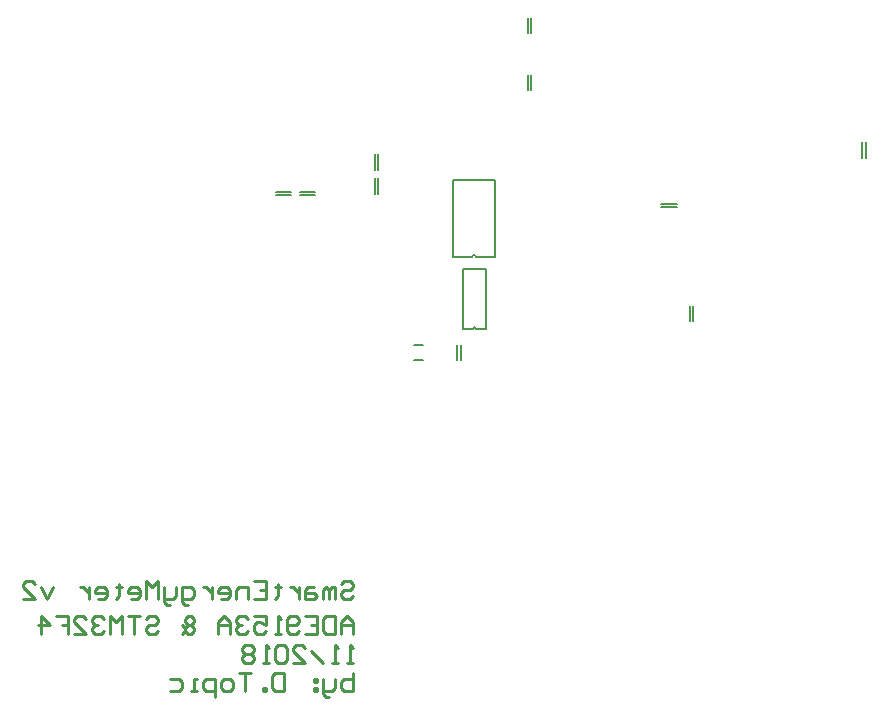
<source format=gbo>
G04 Layer_Color=32896*
%FSLAX43Y43*%
%MOMM*%
G71*
G01*
G75*
%ADD36C,0.254*%
%ADD53C,0.200*%
%ADD54C,0.127*%
D36*
X27813Y10742D02*
X28067Y10996D01*
X28575D01*
X28829Y10742D01*
Y10488D01*
X28575Y10234D01*
X28067D01*
X27813Y9980D01*
Y9726D01*
X28067Y9472D01*
X28575D01*
X28829Y9726D01*
X27305Y9472D02*
Y10488D01*
X27052D01*
X26798Y10234D01*
Y9472D01*
Y10234D01*
X26544Y10488D01*
X26290Y10234D01*
Y9472D01*
X25528Y10488D02*
X25020D01*
X24766Y10234D01*
Y9472D01*
X25528D01*
X25782Y9726D01*
X25528Y9980D01*
X24766D01*
X24258Y10488D02*
Y9472D01*
Y9980D01*
X24005Y10234D01*
X23751Y10488D01*
X23497D01*
X22481Y10742D02*
Y10488D01*
X22735D01*
X22227D01*
X22481D01*
Y9726D01*
X22227Y9472D01*
X20450Y10996D02*
X21465D01*
Y9472D01*
X20450D01*
X21465Y10234D02*
X20958D01*
X19942Y9472D02*
Y10488D01*
X19180D01*
X18926Y10234D01*
Y9472D01*
X17657D02*
X18164D01*
X18418Y9726D01*
Y10234D01*
X18164Y10488D01*
X17657D01*
X17403Y10234D01*
Y9980D01*
X18418D01*
X16895Y10488D02*
Y9472D01*
Y9980D01*
X16641Y10234D01*
X16387Y10488D01*
X16133D01*
X14864Y8964D02*
X14610D01*
X14356Y9218D01*
Y10488D01*
X15117D01*
X15371Y10234D01*
Y9726D01*
X15117Y9472D01*
X14356D01*
X13848Y10488D02*
Y9726D01*
X13594Y9472D01*
X12832D01*
Y9218D01*
X13086Y8964D01*
X13340D01*
X12832Y9472D02*
Y10488D01*
X12324Y9472D02*
Y10996D01*
X11816Y10488D01*
X11309Y10996D01*
Y9472D01*
X10039D02*
X10547D01*
X10801Y9726D01*
Y10234D01*
X10547Y10488D01*
X10039D01*
X9785Y10234D01*
Y9980D01*
X10801D01*
X9023Y10742D02*
Y10488D01*
X9277D01*
X8769D01*
X9023D01*
Y9726D01*
X8769Y9472D01*
X7246D02*
X7754D01*
X8008Y9726D01*
Y10234D01*
X7754Y10488D01*
X7246D01*
X6992Y10234D01*
Y9980D01*
X8008D01*
X6484Y10488D02*
Y9472D01*
Y9980D01*
X6230Y10234D01*
X5976Y10488D01*
X5722D01*
X3437D02*
X2929Y9472D01*
X2422Y10488D01*
X898Y9472D02*
X1914D01*
X898Y10488D01*
Y10742D01*
X1152Y10996D01*
X1660D01*
X1914Y10742D01*
X28829Y6526D02*
Y7542D01*
X28321Y8050D01*
X27813Y7542D01*
Y6526D01*
Y7288D01*
X28829D01*
X27305Y8050D02*
Y6526D01*
X26544D01*
X26290Y6780D01*
Y7796D01*
X26544Y8050D01*
X27305D01*
X24766D02*
X25782D01*
Y6526D01*
X24766D01*
X25782Y7288D02*
X25274D01*
X24258Y6780D02*
X24005Y6526D01*
X23497D01*
X23243Y6780D01*
Y7796D01*
X23497Y8050D01*
X24005D01*
X24258Y7796D01*
Y7542D01*
X24005Y7288D01*
X23243D01*
X22735Y6526D02*
X22227D01*
X22481D01*
Y8050D01*
X22735Y7796D01*
X20450Y8050D02*
X21465D01*
Y7288D01*
X20958Y7542D01*
X20704D01*
X20450Y7288D01*
Y6780D01*
X20704Y6526D01*
X21211D01*
X21465Y6780D01*
X19942Y7796D02*
X19688Y8050D01*
X19180D01*
X18926Y7796D01*
Y7542D01*
X19180Y7288D01*
X19434D01*
X19180D01*
X18926Y7034D01*
Y6780D01*
X19180Y6526D01*
X19688D01*
X19942Y6780D01*
X18418Y6526D02*
Y7542D01*
X17911Y8050D01*
X17403Y7542D01*
Y6526D01*
Y7288D01*
X18418D01*
X14356Y6526D02*
X14610Y6780D01*
X14864Y6526D01*
X15117D01*
X15371Y6780D01*
Y7034D01*
X15117Y7288D01*
X15371Y7542D01*
Y7796D01*
X15117Y8050D01*
X14864D01*
X14610Y7796D01*
Y7542D01*
X14864Y7288D01*
X14610Y7034D01*
Y6780D01*
X14356Y7288D02*
X14610Y7034D01*
X15117Y7288D02*
X14864D01*
X11309Y7796D02*
X11563Y8050D01*
X12070D01*
X12324Y7796D01*
Y7542D01*
X12070Y7288D01*
X11563D01*
X11309Y7034D01*
Y6780D01*
X11563Y6526D01*
X12070D01*
X12324Y6780D01*
X10801Y8050D02*
X9785D01*
X10293D01*
Y6526D01*
X9277D02*
Y8050D01*
X8769Y7542D01*
X8262Y8050D01*
Y6526D01*
X7754Y7796D02*
X7500Y8050D01*
X6992D01*
X6738Y7796D01*
Y7542D01*
X6992Y7288D01*
X7246D01*
X6992D01*
X6738Y7034D01*
Y6780D01*
X6992Y6526D01*
X7500D01*
X7754Y6780D01*
X5215Y6526D02*
X6230D01*
X5215Y7542D01*
Y7796D01*
X5469Y8050D01*
X5976D01*
X6230Y7796D01*
X3691Y8050D02*
X4707D01*
Y7288D01*
X4199D01*
X4707D01*
Y6526D01*
X2422D02*
Y8050D01*
X3183Y7288D01*
X2168D01*
X28829Y4089D02*
X28321D01*
X28575D01*
Y5612D01*
X28829Y5358D01*
X27559Y4089D02*
X27052D01*
X27305D01*
Y5612D01*
X27559Y5358D01*
X26290Y4089D02*
X25274Y5104D01*
X23751Y4089D02*
X24766D01*
X23751Y5104D01*
Y5358D01*
X24005Y5612D01*
X24512D01*
X24766Y5358D01*
X23243D02*
X22989Y5612D01*
X22481D01*
X22227Y5358D01*
Y4343D01*
X22481Y4089D01*
X22989D01*
X23243Y4343D01*
Y5358D01*
X21719Y4089D02*
X21211D01*
X21465D01*
Y5612D01*
X21719Y5358D01*
X20450D02*
X20196Y5612D01*
X19688D01*
X19434Y5358D01*
Y5104D01*
X19688Y4850D01*
X19434Y4596D01*
Y4343D01*
X19688Y4089D01*
X20196D01*
X20450Y4343D01*
Y4596D01*
X20196Y4850D01*
X20450Y5104D01*
Y5358D01*
X20196Y4850D02*
X19688D01*
X28829Y3174D02*
Y1651D01*
X28067D01*
X27813Y1905D01*
Y2159D01*
Y2413D01*
X28067Y2667D01*
X28829D01*
X27305D02*
Y1905D01*
X27052Y1651D01*
X26290D01*
Y1397D01*
X26544Y1143D01*
X26798D01*
X26290Y1651D02*
Y2667D01*
X25782D02*
X25528D01*
Y2413D01*
X25782D01*
Y2667D01*
Y1905D02*
X25528D01*
Y1651D01*
X25782D01*
Y1905D01*
X22989Y3174D02*
Y1651D01*
X22227D01*
X21973Y1905D01*
Y2920D01*
X22227Y3174D01*
X22989D01*
X21465Y1651D02*
Y1905D01*
X21211D01*
Y1651D01*
X21465D01*
X20196Y3174D02*
X19180D01*
X19688D01*
Y1651D01*
X18418D02*
X17911D01*
X17657Y1905D01*
Y2413D01*
X17911Y2667D01*
X18418D01*
X18672Y2413D01*
Y1905D01*
X18418Y1651D01*
X17149Y1143D02*
Y2667D01*
X16387D01*
X16133Y2413D01*
Y1905D01*
X16387Y1651D01*
X17149D01*
X15625D02*
X15117D01*
X15371D01*
Y2667D01*
X15625D01*
X13340D02*
X14102D01*
X14356Y2413D01*
Y1905D01*
X14102Y1651D01*
X13340D01*
D53*
X39286Y38462D02*
G03*
X38961Y38462I-162J0D01*
G01*
X39315Y32321D02*
G03*
X38997Y32321I-159J0D01*
G01*
X37334Y38462D02*
X38961D01*
X39286D02*
X40914D01*
Y44962D01*
X37334D02*
X40914D01*
X37334Y38462D02*
Y44962D01*
X38216Y32321D02*
Y37402D01*
X40096D01*
Y32321D02*
Y37402D01*
X39315Y32321D02*
X40096D01*
X38216D02*
X38997D01*
D54*
X72286Y46847D02*
Y48149D01*
X71986Y46847D02*
Y48149D01*
X34036Y30988D02*
X34798D01*
X34036Y29718D02*
X34798D01*
X37696Y29702D02*
Y31004D01*
X37996Y29702D02*
Y31004D01*
X54975Y42638D02*
X56277D01*
X54975Y42938D02*
X56277D01*
X57681Y33004D02*
Y34306D01*
X57381Y33004D02*
Y34306D01*
X43665Y52562D02*
Y53864D01*
X43965Y52562D02*
Y53864D01*
X43665Y57388D02*
Y58690D01*
X43965Y57388D02*
Y58690D01*
X30711Y43799D02*
Y45101D01*
X31011Y43799D02*
Y45101D01*
X30711Y45831D02*
Y47133D01*
X31011Y45831D02*
Y47133D01*
X22336Y43665D02*
X23638D01*
X22336Y43965D02*
X23638D01*
X24368Y43665D02*
X25670D01*
X24368Y43965D02*
X25670D01*
M02*

</source>
